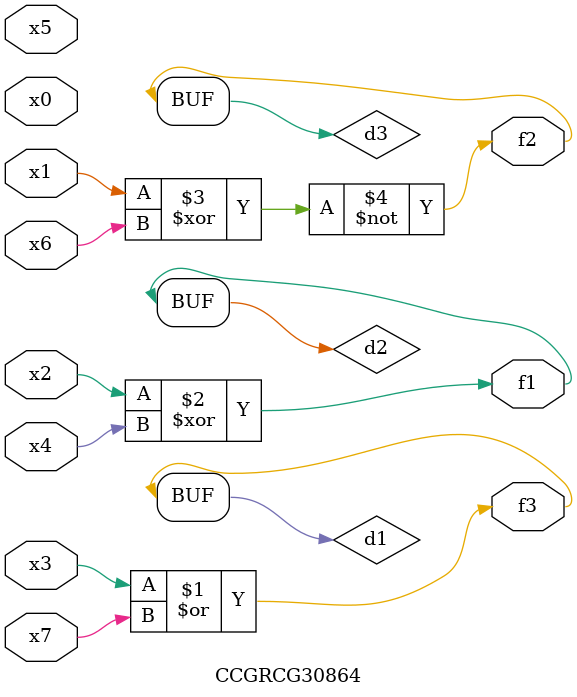
<source format=v>
module CCGRCG30864(
	input x0, x1, x2, x3, x4, x5, x6, x7,
	output f1, f2, f3
);

	wire d1, d2, d3;

	or (d1, x3, x7);
	xor (d2, x2, x4);
	xnor (d3, x1, x6);
	assign f1 = d2;
	assign f2 = d3;
	assign f3 = d1;
endmodule

</source>
